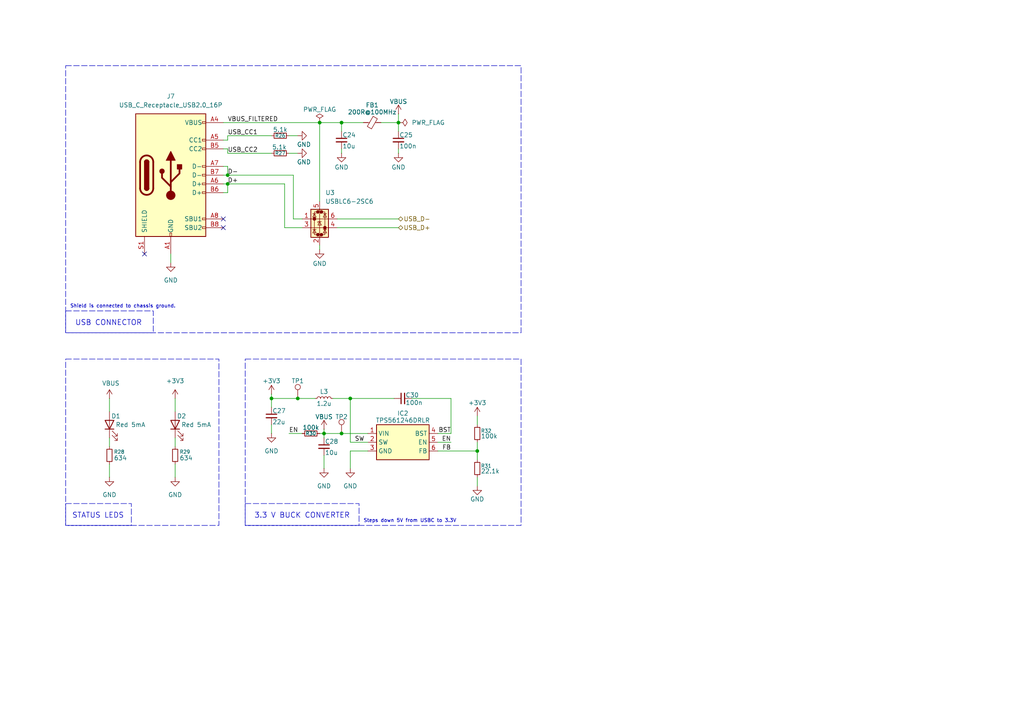
<source format=kicad_sch>
(kicad_sch (version 20250114) (generator "eeschema") (generator_version "9.0")
  (paper "A4")
  (title_block (title "Power and USB") (company "Liquid Rocketry Illinois"))
  (lib_symbols
    (symbol "+3V3_1" (power) (pin_numbers (hide yes)) (pin_names (offset 0) (hide yes))
      (property "Value" "+3V3" (at 0 3.556 0))
      (symbol "+3V3_1_0_1"
        (polyline (pts (xy -0.762 1.27) (xy 0 2.54)))
        (polyline (pts (xy 0 2.54) (xy 0.762 1.27)))
        (polyline (pts (xy 0 0) (xy 0 2.54)))
      )
      (symbol "+3V3_1_1_1"
        (pin power_in line (at 0 0 90) (length 0) (name "~") (number "1"))
      )
    )
    (symbol "Connector:TestPoint" (pin_numbers (hide yes)) (pin_names (offset 0.762) (hide yes))
      (property "Reference" "TP" (at 0 6.858 0))
      (property "Value" "TestPoint" (at 0 5.08 0))
      (symbol "TestPoint_0_1"
        (circle (center 0 3.302) (radius 0.762))
      )
      (symbol "TestPoint_1_1"
        (pin passive line (at 0 0 90) (length 2.54) (name "1") (number "1"))
      )
    )
    (symbol "Connector:USB_C_Receptacle_USB2.0_16P" (pin_names (offset 1.016))
      (property "Reference" "J" (at 0 22.225 0))
      (property "Value" "USB_C_Receptacle_USB2.0_16P" (at 0 19.685 0))
      (symbol "USB_C_Receptacle_USB2.0_16P_0_0"
        (rectangle (start -0.254 -17.78) (end 0.254 -16.764))
        (rectangle (start 10.16 15.494) (end 9.144 14.986))
        (rectangle (start 10.16 10.414) (end 9.144 9.906))
        (rectangle (start 10.16 7.874) (end 9.144 7.366))
        (rectangle (start 10.16 2.794) (end 9.144 2.286))
        (rectangle (start 10.16 0.254) (end 9.144 -0.254))
        (rectangle (start 10.16 -2.286) (end 9.144 -2.794))
        (rectangle (start 10.16 -4.826) (end 9.144 -5.334))
        (rectangle (start 10.16 -12.446) (end 9.144 -12.954))
        (rectangle (start 10.16 -14.986) (end 9.144 -15.494))
      )
      (symbol "USB_C_Receptacle_USB2.0_16P_0_1"
        (rectangle (start -10.16 17.78) (end 10.16 -17.78) (stroke (width 0.254)) (fill (type background)))
        (polyline (pts (xy -8.89 -3.81) (xy -8.89 3.81)) (stroke (width 0.508)))
        (rectangle (start -7.62 -3.81) (end -6.35 3.81) (stroke (width 0.254)) (fill (type outline)))
        (arc (start -7.62 3.81) (mid -6.985 4.4423) (end -6.35 3.81) (stroke (width 0.254)))
        (arc (start -7.62 3.81) (mid -6.985 4.4423) (end -6.35 3.81) (stroke (width 0.254)) (fill (type outline)))
        (arc (start -8.89 3.81) (mid -6.985 5.7067) (end -5.08 3.81) (stroke (width 0.508)))
        (arc (start -5.08 -3.81) (mid -6.985 -5.7067) (end -8.89 -3.81) (stroke (width 0.508)))
        (arc (start -6.35 -3.81) (mid -6.985 -4.4423) (end -7.62 -3.81) (stroke (width 0.254)))
        (arc (start -6.35 -3.81) (mid -6.985 -4.4423) (end -7.62 -3.81) (stroke (width 0.254)) (fill (type outline)))
        (polyline (pts (xy -5.08 3.81) (xy -5.08 -3.81)) (stroke (width 0.508)))
        (circle (center -2.54 1.143) (radius 0.635) (stroke (width 0.254)) (fill (type outline)))
        (polyline (pts (xy -1.27 4.318) (xy 0 6.858) (xy 1.27 4.318) (xy -1.27 4.318)) (stroke (width 0.254)) (fill (type outline)))
        (polyline (pts (xy 0 -2.032) (xy 2.54 0.508) (xy 2.54 1.778)) (stroke (width 0.508)))
        (polyline (pts (xy 0 -3.302) (xy -2.54 -0.762) (xy -2.54 0.508)) (stroke (width 0.508)))
        (polyline (pts (xy 0 -5.842) (xy 0 4.318)) (stroke (width 0.508)))
        (circle (center 0 -5.842) (radius 1.27) (fill (type outline)))
        (rectangle (start 1.905 1.778) (end 3.175 3.048) (stroke (width 0.254)) (fill (type outline)))
      )
      (symbol "USB_C_Receptacle_USB2.0_16P_1_1"
        (pin passive line (at -7.62 -22.86 90) (length 5.08) (name "SHIELD") (number "S1"))
        (pin passive line (at 0 -22.86 90) (length 5.08) (name "GND") (number "A1"))
        (pin passive line (at 0 -22.86 90) (length 5.08) (hide yes) (name "GND") (number "A12"))
        (pin passive line (at 0 -22.86 90) (length 5.08) (hide yes) (name "GND") (number "B1"))
        (pin passive line (at 0 -22.86 90) (length 5.08) (hide yes) (name "GND") (number "B12"))
        (pin passive line (at 15.24 15.24 180) (length 5.08) (name "VBUS") (number "A4"))
        (pin passive line (at 15.24 15.24 180) (length 5.08) (hide yes) (name "VBUS") (number "A9"))
        (pin passive line (at 15.24 15.24 180) (length 5.08) (hide yes) (name "VBUS") (number "B4"))
        (pin passive line (at 15.24 15.24 180) (length 5.08) (hide yes) (name "VBUS") (number "B9"))
        (pin bidirectional line (at 15.24 10.16 180) (length 5.08) (name "CC1") (number "A5"))
        (pin bidirectional line (at 15.24 7.62 180) (length 5.08) (name "CC2") (number "B5"))
        (pin bidirectional line (at 15.24 2.54 180) (length 5.08) (name "D-") (number "A7"))
        (pin bidirectional line (at 15.24 0 180) (length 5.08) (name "D-") (number "B7"))
        (pin bidirectional line (at 15.24 -2.54 180) (length 5.08) (name "D+") (number "A6"))
        (pin bidirectional line (at 15.24 -5.08 180) (length 5.08) (name "D+") (number "B6"))
        (pin bidirectional line (at 15.24 -12.7 180) (length 5.08) (name "SBU1") (number "A8"))
        (pin bidirectional line (at 15.24 -15.24 180) (length 5.08) (name "SBU2") (number "B8"))
      )
    )
    (symbol "Device:C_Small" (pin_numbers (hide yes)) (pin_names (offset 0.254) (hide yes))
      (property "Reference" "C" (at 0.254 1.778 0))
      (property "Value" "C_Small" (at 0.254 -2.032 0))
      (symbol "C_Small_0_1"
        (polyline (pts (xy -1.524 0.508) (xy 1.524 0.508)) (stroke (width 0.3048)))
        (polyline (pts (xy -1.524 -0.508) (xy 1.524 -0.508)) (stroke (width 0.3302)))
      )
      (symbol "C_Small_1_1"
        (pin passive line (at 0 2.54 270) (length 2.032) (name "~") (number "1"))
        (pin passive line (at 0 -2.54 90) (length 2.032) (name "~") (number "2"))
      )
    )
    (symbol "Device:FerriteBead_Small" (pin_numbers (hide yes)) (pin_names (offset 0))
      (property "Reference" "FB" (at 1.905 1.27 0))
      (property "Value" "FerriteBead_Small" (at 1.905 -1.27 0))
      (symbol "FerriteBead_Small_0_1"
        (polyline (pts (xy -1.8288 0.2794) (xy -1.1176 1.4986) (xy 1.8288 -0.2032) (xy 1.1176 -1.4224) (xy -1.8288 0.2794)))
        (polyline (pts (xy 0 0.889) (xy 0 1.2954)))
        (polyline (pts (xy 0 -1.27) (xy 0 -0.7874)))
      )
      (symbol "FerriteBead_Small_1_1"
        (pin passive line (at 0 2.54 270) (length 1.27) (name "~") (number "1"))
        (pin passive line (at 0 -2.54 90) (length 1.27) (name "~") (number "2"))
      )
    )
    (symbol "Device:LED" (pin_numbers (hide yes)) (pin_names (offset 1.016) (hide yes))
      (property "Reference" "D" (at 0 2.54 0))
      (property "Value" "LED" (at 0 -2.54 0))
      (symbol "LED_0_1"
        (polyline (pts (xy -3.048 -0.762) (xy -4.572 -2.286) (xy -3.81 -2.286) (xy -4.572 -2.286) (xy -4.572 -1.524)))
        (polyline (pts (xy -1.778 -0.762) (xy -3.302 -2.286) (xy -2.54 -2.286) (xy -3.302 -2.286) (xy -3.302 -1.524)))
        (polyline (pts (xy -1.27 0) (xy 1.27 0)))
        (polyline (pts (xy -1.27 -1.27) (xy -1.27 1.27)) (stroke (width 0.254)))
        (polyline (pts (xy 1.27 -1.27) (xy 1.27 1.27) (xy -1.27 0) (xy 1.27 -1.27)) (stroke (width 0.254)))
      )
      (symbol "LED_1_1"
        (pin passive line (at -3.81 0 0) (length 2.54) (name "K") (number "1"))
        (pin passive line (at 3.81 0 180) (length 2.54) (name "A") (number "2"))
      )
    )
    (symbol "Device:L_Small" (pin_numbers (hide yes)) (pin_names (offset 0.254) (hide yes))
      (property "Reference" "L" (at 0.762 1.016 0))
      (property "Value" "L_Small" (at 0.762 -1.016 0))
      (symbol "L_Small_0_1"
        (arc (start 0 2.032) (mid 0.5058 1.524) (end 0 1.016))
        (arc (start 0 1.016) (mid 0.5058 0.508) (end 0 0))
        (arc (start 0 0) (mid 0.5058 -0.508) (end 0 -1.016))
        (arc (start 0 -1.016) (mid 0.5058 -1.524) (end 0 -2.032))
      )
      (symbol "L_Small_1_1"
        (pin passive line (at 0 2.54 270) (length 0.508) (name "~") (number "1"))
        (pin passive line (at 0 -2.54 90) (length 0.508) (name "~") (number "2"))
      )
    )
    (symbol "Device:R_Small" (pin_numbers (hide yes)) (pin_names (offset 0.254) (hide yes))
      (property "Reference" "R" (at 0 0 90))
      (property "Value" "R_Small" (at 1.778 0 90))
      (symbol "R_Small_0_1"
        (rectangle (start -0.762 1.778) (end 0.762 -1.778) (stroke (width 0.2032)))
      )
      (symbol "R_Small_1_1"
        (pin passive line (at 0 2.54 270) (length 0.762) (name "~") (number "1"))
        (pin passive line (at 0 -2.54 90) (length 0.762) (name "~") (number "2"))
      )
    )
    (symbol "GND_3" (power) (pin_numbers (hide yes)) (pin_names (offset 0) (hide yes))
      (property "Value" "GND" (at 0 -3.81 0))
      (symbol "GND_3_0_1"
        (polyline (pts (xy 0 0) (xy 0 -1.27) (xy 1.27 -1.27) (xy 0 -2.54) (xy -1.27 -1.27) (xy 0 -1.27)))
      )
      (symbol "GND_3_1_1"
        (pin power_in line (at 0 0 270) (length 0) (name "~") (number "1"))
      )
    )
    (symbol "LRIEthernet_Library:TPS561246DRLR"
      (property "Reference" "IC" (at 0 8.382 0))
      (property "Value" "TPS561246DRLR" (at 0.254 6.096 0))
      (symbol "TPS561246DRLR_1_1"
        (rectangle (start -7.62 5.08) (end 7.62 -5.08) (stroke (width 0.254)) (fill (type background)))
        (pin passive line (at -10.16 2.54 0) (length 2.54) (name "VIN") (number "1"))
        (pin passive line (at -10.16 0 0) (length 2.54) (name "SW") (number "2"))
        (pin passive line (at -10.16 -2.54 0) (length 2.54) (name "GND") (number "3"))
        (pin passive line (at 10.16 2.54 180) (length 2.54) (name "BST") (number "4"))
        (pin passive line (at 10.16 0 180) (length 2.54) (name "EN") (number "5"))
        (pin passive line (at 10.16 -2.54 180) (length 2.54) (name "FB") (number "6"))
      )
    )
    (symbol "Power_Protection:USBLC6-2SC6" (pin_names (hide yes))
      (property "Reference" "U" (at 0.635 5.715 0))
      (property "Value" "USBLC6-2SC6" (at 0.635 3.81 0))
      (symbol "USBLC6-2SC6_0_0"
        (circle (center -1.524 0) (radius 0.0001) (stroke (width 0.508)))
        (circle (center -0.508 2.032) (radius 0.0001) (stroke (width 0.508)))
        (circle (center -0.508 -4.572) (radius 0.0001) (stroke (width 0.508)))
        (circle (center 0.508 2.032) (radius 0.0001) (stroke (width 0.508)))
        (circle (center 0.508 -4.572) (radius 0.0001) (stroke (width 0.508)))
        (circle (center 1.524 -2.54) (radius 0.0001) (stroke (width 0.508)))
      )
      (symbol "USBLC6-2SC6_0_1"
        (polyline (pts (xy -2.54 0) (xy 2.54 0)))
        (polyline (pts (xy -2.54 -2.54) (xy 2.54 -2.54)))
        (polyline (pts (xy -2.032 0.508) (xy -1.016 0.508) (xy -1.524 1.524) (xy -2.032 0.508)))
        (polyline (pts (xy -2.032 -3.048) (xy -1.016 -3.048)))
        (polyline (pts (xy -1.016 1.524) (xy -2.032 1.524)))
        (polyline (pts (xy -1.016 -4.064) (xy -2.032 -4.064) (xy -1.524 -3.048) (xy -1.016 -4.064)))
        (polyline (pts (xy -0.508 -1.143) (xy -0.508 -0.762) (xy 0.508 -0.762)))
        (polyline (pts (xy 0 2.54) (xy -0.508 2.032) (xy 0.508 2.032) (xy 0 1.524) (xy 0 -4.064) (xy -0.508 -4.572) (xy 0.508 -4.572) (xy 0 -5.08)))
        (polyline (pts (xy 0.508 -1.778) (xy -0.508 -1.778) (xy 0 -0.762) (xy 0.508 -1.778)))
        (polyline (pts (xy 1.016 1.524) (xy 2.032 1.524)))
        (polyline (pts (xy 1.016 -3.048) (xy 2.032 -3.048)))
        (polyline (pts (xy 2.032 0.508) (xy 1.016 0.508) (xy 1.524 1.524) (xy 2.032 0.508)))
        (polyline (pts (xy 2.032 -4.064) (xy 1.016 -4.064) (xy 1.524 -3.048) (xy 2.032 -4.064)))
      )
      (symbol "USBLC6-2SC6_1_1"
        (rectangle (start -2.54 2.794) (end 2.54 -5.334) (stroke (width 0.254)) (fill (type background)))
        (polyline (pts (xy -0.508 2.032) (xy -1.524 2.032) (xy -1.524 -4.572) (xy -0.508 -4.572)))
        (polyline (pts (xy 0.508 -4.572) (xy 1.524 -4.572) (xy 1.524 2.032) (xy 0.508 2.032)))
        (pin passive line (at -5.08 0 0) (length 2.54) (name "I/O1") (number "1"))
        (pin passive line (at -5.08 -2.54 0) (length 2.54) (name "I/O2") (number "3"))
        (pin passive line (at 0 5.08 270) (length 2.54) (name "VBUS") (number "5"))
        (pin passive line (at 0 -7.62 90) (length 2.54) (name "GND") (number "2"))
        (pin passive line (at 5.08 0 180) (length 2.54) (name "I/O1") (number "6"))
        (pin passive line (at 5.08 -2.54 180) (length 2.54) (name "I/O2") (number "4"))
      )
    )
    (symbol "power:+3V3" (power) (pin_numbers (hide yes)) (pin_names (offset 0) (hide yes))
      (property "Value" "+3V3" (at 0 3.556 0))
      (symbol "+3V3_0_1"
        (polyline (pts (xy -0.762 1.27) (xy 0 2.54)))
        (polyline (pts (xy 0 2.54) (xy 0.762 1.27)))
        (polyline (pts (xy 0 0) (xy 0 2.54)))
      )
      (symbol "+3V3_1_1"
        (pin power_in line (at 0 0 90) (length 0) (name "~") (number "1"))
      )
    )
    (symbol "power:GND" (power) (pin_numbers (hide yes)) (pin_names (offset 0) (hide yes))
      (property "Value" "GND" (at 0 -3.81 0))
      (symbol "GND_0_1"
        (polyline (pts (xy 0 0) (xy 0 -1.27) (xy 1.27 -1.27) (xy 0 -2.54) (xy -1.27 -1.27) (xy 0 -1.27)))
      )
      (symbol "GND_1_1"
        (pin power_in line (at 0 0 270) (length 0) (name "~") (number "1"))
      )
    )
    (symbol "power:PWR_FLAG" (power) (pin_numbers (hide yes)) (pin_names (offset 0) (hide yes))
      (property "Value" "PWR_FLAG" (at 0 3.81 0))
      (symbol "PWR_FLAG_0_0"
        (pin power_out line (at 0 0 90) (length 0) (name "~") (number "1"))
      )
      (symbol "PWR_FLAG_0_1"
        (polyline (pts (xy 0 0) (xy 0 1.27) (xy -1.016 1.905) (xy 0 2.54) (xy 1.016 1.905) (xy 0 1.27)))
      )
    )
    (symbol "power:VBUS" (power) (pin_numbers (hide yes)) (pin_names (offset 0) (hide yes))
      (property "Value" "VBUS" (at 0 3.556 0))
      (symbol "VBUS_0_1"
        (polyline (pts (xy -0.762 1.27) (xy 0 2.54)))
        (polyline (pts (xy 0 2.54) (xy 0.762 1.27)))
        (polyline (pts (xy 0 0) (xy 0 2.54)))
      )
      (symbol "VBUS_1_1"
        (pin power_in line (at 0 0 90) (length 0) (name "~") (number "1"))
      )
    )
  )
  (rectangle (start 19.05 104.14) (end 63.5 152.4) (stroke (width 0) (type dash)))
  (rectangle (start 71.12 104.14) (end 151.13 152.4) (stroke (width 0) (type dash)))
  (rectangle (start 19.05 146.05) (end 38.1 152.4) (stroke (width 0) (type dash)))
  (rectangle (start 19.05 19.05) (end 151.13 96.52) (stroke (width 0) (type dash)))
  (rectangle (start 71.12 146.05) (end 104.14 152.4) (stroke (width 0) (type dash)))
  (rectangle (start 19.05 90.17) (end 44.45 96.52) (stroke (width 0) (type dash)))
  (text "Shield is connected to chassis ground." (at 20.32 88.9 0) (effects (font (size 1.016 1.016)) (justify left)))
  (text "USB CONNECTOR\n" (at 31.496 93.726 0) (effects (font (size 1.524 1.524))))
  (text "STATUS LEDS\n" (at 28.448 149.606 0) (effects (font (size 1.524 1.524))))
  (text "3.3 V BUCK CONVERTER\n" (at 87.63 149.606 0) (effects (font (size 1.524 1.524))))
  (text "Steps down 5V from USBC to 3.3V" (at 105.41 151.13 0) (effects (font (size 1.016 1.016)) (justify left)))
  (junction (at 93.98 125.73))
  (junction (at 66.04 53.34))
  (junction (at 92.71 35.56))
  (junction (at 86.36 115.57))
  (junction (at 115.57 35.56))
  (junction (at 138.43 130.81))
  (junction (at 78.74 115.57))
  (junction (at 101.6 115.57))
  (junction (at 99.06 35.56))
  (junction (at 99.06 125.73))
  (junction (at 66.04 50.8))
  (no_connect (at 64.77 63.5))
  (no_connect (at 64.77 66.04))
  (no_connect (at 41.91 73.66))
  (wire (pts (xy 101.6 115.57) (xy 114.3 115.57)))
  (wire (pts (xy 93.98 125.73) (xy 99.06 125.73)))
  (wire (pts (xy 99.06 38.1) (xy 99.06 35.56)))
  (wire (pts (xy 127 128.27) (xy 130.81 128.27)))
  (wire (pts (xy 66.04 43.18) (xy 66.04 44.45)))
  (wire (pts (xy 82.55 66.04) (xy 87.63 66.04)))
  (wire (pts (xy 138.43 130.81) (xy 138.43 133.35)))
  (wire (pts (xy 115.57 43.18) (xy 115.57 44.45)))
  (wire (pts (xy 99.06 125.73) (xy 106.68 125.73)))
  (wire (pts (xy 85.09 50.8) (xy 85.09 63.5)))
  (wire (pts (xy 64.77 55.88) (xy 66.04 55.88)))
  (wire (pts (xy 50.8 134.62) (xy 50.8 138.43)))
  (wire (pts (xy 78.74 123.19) (xy 78.74 125.73)))
  (wire (pts (xy 83.82 125.73) (xy 87.63 125.73)))
  (wire (pts (xy 78.74 115.57) (xy 86.36 115.57)))
  (wire (pts (xy 96.52 115.57) (xy 101.6 115.57)))
  (wire (pts (xy 138.43 120.65) (xy 138.43 123.19)))
  (wire (pts (xy 92.71 35.56) (xy 99.06 35.56)))
  (wire (pts (xy 31.75 127) (xy 31.75 129.54)))
  (wire (pts (xy 82.55 53.34) (xy 82.55 66.04)))
  (wire (pts (xy 64.77 43.18) (xy 66.04 43.18)))
  (wire (pts (xy 64.77 35.56) (xy 92.71 35.56)))
  (wire (pts (xy 92.71 125.73) (xy 93.98 125.73)))
  (wire (pts (xy 119.38 115.57) (xy 130.81 115.57)))
  (wire (pts (xy 115.57 38.1) (xy 115.57 35.56)))
  (wire (pts (xy 86.36 115.57) (xy 91.44 115.57)))
  (wire (pts (xy 127 130.81) (xy 138.43 130.81)))
  (wire (pts (xy 83.82 44.45) (xy 86.36 44.45)))
  (wire (pts (xy 99.06 35.56) (xy 105.41 35.56)))
  (wire (pts (xy 101.6 130.81) (xy 101.6 135.89)))
  (wire (pts (xy 50.8 115.57) (xy 50.8 119.38)))
  (wire (pts (xy 64.77 53.34) (xy 66.04 53.34)))
  (wire (pts (xy 31.75 134.62) (xy 31.75 138.43)))
  (wire (pts (xy 83.82 39.37) (xy 86.36 39.37)))
  (wire (pts (xy 64.77 48.26) (xy 66.04 48.26)))
  (wire (pts (xy 93.98 132.08) (xy 93.98 135.89)))
  (wire (pts (xy 101.6 128.27) (xy 106.68 128.27)))
  (wire (pts (xy 92.71 71.12) (xy 92.71 72.39)))
  (wire (pts (xy 78.74 114.3) (xy 78.74 115.57)))
  (wire (pts (xy 31.75 119.38) (xy 31.75 115.57)))
  (wire (pts (xy 138.43 138.43) (xy 138.43 140.97)))
  (wire (pts (xy 78.74 115.57) (xy 78.74 118.11)))
  (wire (pts (xy 66.04 40.64) (xy 66.04 39.37)))
  (wire (pts (xy 85.09 63.5) (xy 87.63 63.5)))
  (wire (pts (xy 66.04 53.34) (xy 82.55 53.34)))
  (wire (pts (xy 64.77 40.64) (xy 66.04 40.64)))
  (wire (pts (xy 130.81 115.57) (xy 130.81 125.73)))
  (wire (pts (xy 49.53 73.66) (xy 49.53 76.2)))
  (wire (pts (xy 66.04 53.34) (xy 66.04 55.88)))
  (wire (pts (xy 50.8 127) (xy 50.8 129.54)))
  (wire (pts (xy 66.04 39.37) (xy 78.74 39.37)))
  (wire (pts (xy 138.43 128.27) (xy 138.43 130.81)))
  (wire (pts (xy 66.04 44.45) (xy 78.74 44.45)))
  (wire (pts (xy 110.49 35.56) (xy 115.57 35.56)))
  (wire (pts (xy 99.06 43.18) (xy 99.06 44.45)))
  (wire (pts (xy 66.04 48.26) (xy 66.04 50.8)))
  (wire (pts (xy 93.98 125.73) (xy 93.98 127)))
  (wire (pts (xy 101.6 128.27) (xy 101.6 115.57)))
  (wire (pts (xy 93.98 124.46) (xy 93.98 125.73)))
  (wire (pts (xy 92.71 35.56) (xy 92.71 58.42)))
  (wire (pts (xy 66.04 50.8) (xy 64.77 50.8)))
  (wire (pts (xy 97.79 63.5) (xy 115.57 63.5)))
  (wire (pts (xy 66.04 50.8) (xy 85.09 50.8)))
  (wire (pts (xy 130.81 125.73) (xy 127 125.73)))
  (wire (pts (xy 97.79 66.04) (xy 115.57 66.04)))
  (wire (pts (xy 115.57 33.02) (xy 115.57 35.56)))
  (wire (pts (xy 106.68 130.81) (xy 101.6 130.81)))
  (label "FB" (at 130.81 130.81 180))
  (label "D+" (at 66.04 53.34 0))
  (label "D-" (at 66.04 50.8 0))
  (label "EN" (at 130.81 128.27 180))
  (label "SW" (at 102.87 128.27 0))
  (label "USB_CC2" (at 66.04 44.45 0))
  (label "BST" (at 130.81 125.73 180))
  (label "EN" (at 83.82 125.73 0))
  (label "VBUS_FILTERED" (at 66.04 35.56 0))
  (label "USB_CC1" (at 66.04 39.37 0))
  (hierarchical_label "USB_D+" (shape bidirectional) (at 115.57 66.04 0))
  (hierarchical_label "USB_D-" (shape bidirectional) (at 115.57 63.5 0))
  (symbol (lib_id "power:GND") (at 93.98 135.89 0) (unit 1)
    (property "Reference" "#PWR064" (effects (hide yes)))
    (property "Value" "GND" (at 93.98 140.97 0))
    (property "Description" "Power symbol creates a global label with name \"GND\" , ground" (effects (hide yes)))
  )
  (symbol (lib_id "LRIEthernet_Library:TPS561246DRLR") (at 116.84 128.27 0) (unit 1)
    (property "Reference" "IC2" (at 116.84 119.888 0))
    (property "Value" "TPS561246DRLR" (at 116.84 121.92 0))
    (property "Footprint" "Package_TO_SOT_SMD:SOT-563" (effects (hide yes)))
    (property "Datasheet" "https://www.ti.com/lit/ds/symlink/tps561246.pdf?ts=1736141056725&ref_url=https%253A%252F%252Fwww.ti.com%252Fproduct%252FTPS561246%252Fpart-details%252FTPS561246DRLR" (effects (hide yes)))
    (property "Description" "Switching Voltage Regulators 4.2V to 17V input voltage, 1A, 1.2MHz synchronous buck converter in SOT563 with FCCM mode" (effects (hide yes)))
    (property "Height" "0.6" (effects (hide yes)))
    (property "Mouser Part Number" "595-TPS561246DRLR" (effects (hide yes)))
    (property "Mouser Price/Stock" "https://www.mouser.co.uk/ProductDetail/Texas-Instruments/TPS561246DRLR?qs=IKkN%2F947nfBlLn983Qr7Pw%3D%3D" (effects (hide yes)))
    (property "Manufacturer_Name" "Texas Instruments" (effects (hide yes)))
    (property "Manufacturer_Part_Number" "TPS561246DRLR" (effects (hide yes)))
  )
  (symbol (lib_id "Device:L_Small") (at 93.98 115.57 90) (unit 1)
    (property "Reference" "L3" (at 93.98 114.3 90) (effects (justify top)))
    (property "Value" "1.2u" (at 93.98 116.332 90) (effects (justify bottom)))
    (property "Footprint" "Inductor_SMD:L_0603_1608Metric" (effects (hide yes)))
    (property "Description" "Inductor, small symbol" (effects (hide yes)))
  )
  (symbol (lib_name "GND_3") (lib_id "power:GND") (at 31.75 138.43 0) (unit 1)
    (property "Reference" "#PWR025" (effects (hide yes)))
    (property "Value" "GND" (at 31.75 143.51 0))
    (property "Description" "Power symbol creates a global label with name \"GND\" , ground" (effects (hide yes)))
  )
  (symbol (lib_name "GND_3") (lib_id "power:GND") (at 50.8 138.43 0) (unit 1)
    (property "Reference" "#PWR040" (effects (hide yes)))
    (property "Value" "GND" (at 50.8 143.51 0))
    (property "Description" "Power symbol creates a global label with name \"GND\" , ground" (effects (hide yes)))
  )
  (symbol (lib_id "Device:R_Small") (at 138.43 125.73 180) (unit 1)
    (property "Reference" "R32" (at 139.446 124.968 0) (effects (font (size 1.016 1.016)) (justify right)))
    (property "Value" "100k" (at 139.446 126.492 0) (effects (justify right)))
    (property "Footprint" "Resistor_SMD:R_0603_1608Metric" (effects (hide yes)))
    (property "Description" "Resistor, small symbol" (effects (hide yes)))
  )
  (symbol (lib_id "Connector:TestPoint") (at 99.06 125.73 0) (unit 1)
    (property "Reference" "TP2" (at 99.06 120.904 0))
    (property "Value" "TestPoint" (effects (hide yes)))
    (property "Footprint" "TestPoint:TestPoint_Pad_D1.0mm" (effects (hide yes)))
    (property "Description" "test point" (effects (hide yes)))
  )
  (symbol (lib_id "Device:LED") (at 50.8 123.19 90) (unit 1)
    (property "Reference" "D2" (at 51.308 121.412 90) (effects (justify right top)))
    (property "Value" "Red 5mA" (at 52.578 123.19 90) (effects (justify right)))
    (property "Footprint" "LED_SMD:LED_0603_1608Metric" (effects (hide yes)))
    (property "Description" "Light emitting diode" (effects (hide yes)))
    (property "Sim.Pins" "1=K 2=A" (effects (hide yes)))
  )
  (symbol (lib_id "Device:R_Small") (at 138.43 135.89 0) (unit 1)
    (property "Reference" "R31" (at 139.446 135.128 0) (effects (font (size 1.016 1.016)) (justify left)))
    (property "Value" "22.1k" (at 139.446 136.652 0) (effects (justify left)))
    (property "Footprint" "Resistor_SMD:R_0603_1608Metric" (effects (hide yes)))
    (property "Description" "Resistor, small symbol" (effects (hide yes)))
  )
  (symbol (lib_id "power:VBUS") (at 31.75 115.57 0) (unit 1)
    (property "Reference" "#PWR024" (effects (hide yes)))
    (property "Value" "VBUS" (at 32.131 111.1758 0))
  )
  (symbol (lib_id "Device:R_Small") (at 81.28 44.45 270) (unit 1)
    (property "Reference" "R27" (at 81.28 44.45 90) (effects (font (size 1.016 1.016))))
    (property "Value" "5.1k" (at 81.026 42.672 90))
    (property "Footprint" "Resistor_SMD:R_0603_1608Metric" (effects (hide yes)))
    (property "Description" "Resistor, small symbol" (effects (hide yes)))
  )
  (symbol (lib_id "Device:LED") (at 31.75 123.19 90) (unit 1)
    (property "Reference" "D1" (at 32.258 121.412 90) (effects (justify right top)))
    (property "Value" "Red 5mA" (at 33.528 123.19 90) (effects (justify right)))
    (property "Footprint" "LED_SMD:LED_0603_1608Metric" (effects (hide yes)))
    (property "Description" "Light emitting diode" (effects (hide yes)))
    (property "Sim.Pins" "1=K 2=A" (effects (hide yes)))
  )
  (symbol (lib_id "power:GND") (at 86.36 39.37 90) (unit 1)
    (property "Reference" "#PWR027" (effects (hide yes)))
    (property "Value" "GND" (at 86.106 46.99 90) (effects (justify right)))
    (property "Description" "Power symbol creates a global label with name \"GND\" , ground" (effects (hide yes)))
  )
  (symbol (lib_id "Power_Protection:USBLC6-2SC6") (at 92.71 63.5 0) (unit 1)
    (property "Reference" "U3" (at 94.3611 55.88 0) (effects (justify left)))
    (property "Value" "USBLC6-2SC6" (at 94.3611 58.42 0) (effects (justify left)))
    (property "Footprint" "Package_TO_SOT_SMD:SOT-23-6" (effects (hide yes)))
    (property "Datasheet" "https://www.st.com/resource/en/datasheet/usblc6-2.pdf" (effects (hide yes)))
    (property "Description" "Very low capacitance ESD protection diode, 2 data-line, SOT-23-6" (effects (hide yes)))
  )
  (symbol (lib_id "power:GND") (at 78.74 125.73 0) (unit 1)
    (property "Reference" "#PWR066" (effects (hide yes)))
    (property "Value" "GND" (at 78.74 130.81 0))
    (property "Description" "Power symbol creates a global label with name \"GND\" , ground" (effects (hide yes)))
  )
  (symbol (lib_id "power:GND") (at 138.43 140.97 0) (unit 1)
    (property "Reference" "#PWR030" (effects (hide yes)))
    (property "Value" "GND" (at 140.462 144.78 0) (effects (justify right)))
    (property "Description" "Power symbol creates a global label with name \"GND\" , ground" (effects (hide yes)))
  )
  (symbol (lib_id "power:PWR_FLAG") (at 115.57 35.56 270) (unit 1)
    (property "Reference" "#FLG03" (effects (hide yes)))
    (property "Value" "PWR_FLAG" (at 119.38 35.5599 90) (effects (justify left)))
    (property "Description" "Special symbol for telling ERC where power comes from" (effects (hide yes)))
  )
  (symbol (lib_id "Device:R_Small") (at 31.75 132.08 0) (unit 1)
    (property "Reference" "R28" (at 33.02 131.064 0) (effects (font (size 1.016 1.016)) (justify left)))
    (property "Value" "634" (at 33.02 132.842 0) (effects (justify left)))
    (property "Footprint" "Resistor_SMD:R_0603_1608Metric" (effects (hide yes)))
    (property "Description" "Resistor, small symbol" (effects (hide yes)))
  )
  (symbol (lib_id "Device:C_Small") (at 116.84 115.57 90) (unit 1)
    (property "Reference" "C30" (at 117.602 115.316 90) (effects (justify right top)))
    (property "Value" "100n" (at 117.602 116.078 90) (effects (justify right bottom)))
    (property "Footprint" "Capacitor_SMD:C_0603_1608Metric" (effects (hide yes)))
    (property "Description" "Unpolarized capacitor, small symbol" (effects (hide yes)))
  )
  (symbol (lib_id "Device:C_Small") (at 78.74 120.65 0) (unit 1)
    (property "Reference" "C27" (at 78.994 119.888 0) (effects (justify left bottom)))
    (property "Value" "22u" (at 78.994 121.666 0) (effects (justify left top)))
    (property "Footprint" "Capacitor_SMD:C_0805_2012Metric" (effects (hide yes)))
    (property "Description" "Unpolarized capacitor, small symbol" (effects (hide yes)))
  )
  (symbol (lib_id "Device:C_Small") (at 99.06 40.64 0) (unit 1)
    (property "Reference" "C24" (at 99.314 39.878 0) (effects (justify left bottom)))
    (property "Value" "10u" (at 99.314 41.656 0) (effects (justify left top)))
    (property "Footprint" "Capacitor_SMD:C_0603_1608Metric" (effects (hide yes)))
    (property "Description" "Unpolarized capacitor, small symbol" (effects (hide yes)))
  )
  (symbol (lib_id "power:GND") (at 86.36 44.45 90) (unit 1)
    (property "Reference" "#PWR063" (effects (hide yes)))
    (property "Value" "GND" (at 86.106 41.91 90) (effects (justify right)))
    (property "Description" "Power symbol creates a global label with name \"GND\" , ground" (effects (hide yes)))
  )
  (symbol (lib_id "Device:FerriteBead_Small") (at 107.95 35.56 270) (unit 1)
    (property "Reference" "FB1" (at 107.95 30.48 90))
    (property "Value" "200R@100MHz" (at 107.95 32.512 90))
    (property "Footprint" "Inductor_SMD:L_0603_1608Metric" (effects (hide yes)))
    (property "Description" "Ferrite bead, small symbol" (effects (hide yes)))
  )
  (symbol (lib_id "power:PWR_FLAG") (at 92.71 35.56 0) (unit 1)
    (property "Reference" "#FLG04" (effects (hide yes)))
    (property "Value" "PWR_FLAG" (at 92.71 31.75 0))
    (property "Description" "Special symbol for telling ERC where power comes from" (effects (hide yes)))
  )
  (symbol (lib_id "power:+3V3") (at 138.43 120.65 0) (unit 1)
    (property "Reference" "#PWR031" (effects (hide yes)))
    (property "Value" "+3V3" (at 138.43 116.84 0))
    (property "Description" "Power symbol creates a global label with name \"+3V3\"" (effects (hide yes)))
  )
  (symbol (lib_id "Device:C_Small") (at 115.57 40.64 0) (unit 1)
    (property "Reference" "C25" (at 115.824 39.878 0) (effects (justify left bottom)))
    (property "Value" "100n" (at 115.824 41.656 0) (effects (justify left top)))
    (property "Footprint" "Capacitor_SMD:C_0603_1608Metric" (effects (hide yes)))
    (property "Description" "Unpolarized capacitor, small symbol" (effects (hide yes)))
  )
  (symbol (lib_id "Device:R_Small") (at 81.28 39.37 270) (unit 1)
    (property "Reference" "R26" (at 81.28 39.37 90) (effects (font (size 1.016 1.016))))
    (property "Value" "5.1k" (at 81.28 37.592 90))
    (property "Footprint" "Resistor_SMD:R_0603_1608Metric" (effects (hide yes)))
    (property "Description" "Resistor, small symbol" (effects (hide yes)))
  )
  (symbol (lib_id "Device:C_Small") (at 93.98 129.54 0) (unit 1)
    (property "Reference" "C28" (at 94.234 128.778 0) (effects (justify left bottom)))
    (property "Value" "10u" (at 94.234 130.556 0) (effects (justify left top)))
    (property "Footprint" "Capacitor_SMD:C_0805_2012Metric" (effects (hide yes)))
    (property "Description" "Unpolarized capacitor, small symbol" (effects (hide yes)))
  )
  (symbol (lib_id "power:GND") (at 115.57 44.45 0) (unit 1)
    (property "Reference" "#PWR022" (effects (hide yes)))
    (property "Value" "GND" (at 115.57 48.514 0))
    (property "Description" "Power symbol creates a global label with name \"GND\" , ground" (effects (hide yes)))
  )
  (symbol (lib_id "power:GND") (at 101.6 135.89 0) (unit 1)
    (property "Reference" "#PWR065" (effects (hide yes)))
    (property "Value" "GND" (at 101.6 140.97 0))
    (property "Description" "Power symbol creates a global label with name \"GND\" , ground" (effects (hide yes)))
  )
  (symbol (lib_id "Device:R_Small") (at 50.8 132.08 0) (unit 1)
    (property "Reference" "R29" (at 52.07 131.064 0) (effects (font (size 1.016 1.016)) (justify left)))
    (property "Value" "634" (at 52.07 132.842 0) (effects (justify left)))
    (property "Footprint" "Resistor_SMD:R_0603_1608Metric" (effects (hide yes)))
    (property "Description" "Resistor, small symbol" (effects (hide yes)))
  )
  (symbol (lib_id "power:VBUS") (at 93.98 124.46 0) (unit 1)
    (property "Reference" "#PWR029" (effects (hide yes)))
    (property "Value" "VBUS" (at 93.98 120.904 0))
    (property "Description" "Power symbol creates a global label with name \"VBUS\"" (effects (hide yes)))
  )
  (symbol (lib_id "Connector:TestPoint") (at 86.36 115.57 0) (unit 1)
    (property "Reference" "TP1" (at 86.36 110.49 0))
    (property "Value" "TestPoint" (effects (hide yes)))
    (property "Footprint" "TestPoint:TestPoint_Pad_D1.0mm" (effects (hide yes)))
    (property "Description" "test point" (effects (hide yes)))
  )
  (symbol (lib_id "power:VBUS") (at 115.57 33.02 0) (unit 1)
    (property "Reference" "#PWR020" (effects (hide yes)))
    (property "Value" "VBUS" (at 115.57 29.464 0))
    (property "Description" "Power symbol creates a global label with name \"VBUS\"" (effects (hide yes)))
  )
  (symbol (lib_id "power:GND") (at 49.53 76.2 0) (unit 1)
    (property "Reference" "#PWR026" (effects (hide yes)))
    (property "Value" "GND" (at 49.53 81.28 0))
    (property "Description" "Power symbol creates a global label with name \"GND\" , ground" (effects (hide yes)))
  )
  (symbol (lib_id "power:+3V3") (at 78.74 114.3 0) (unit 1)
    (property "Reference" "#PWR028" (effects (hide yes)))
    (property "Value" "+3V3" (at 78.74 110.49 0))
    (property "Description" "Power symbol creates a global label with name \"+3V3\"" (effects (hide yes)))
  )
  (symbol (lib_id "power:GND") (at 92.71 72.39 0) (unit 1)
    (property "Reference" "#PWR023" (effects (hide yes)))
    (property "Value" "GND" (at 92.71 76.454 0))
    (property "Description" "Power symbol creates a global label with name \"GND\" , ground" (effects (hide yes)))
  )
  (symbol (lib_id "power:GND") (at 99.06 44.45 0) (unit 1)
    (property "Reference" "#PWR021" (effects (hide yes)))
    (property "Value" "GND" (at 99.06 48.514 0))
    (property "Description" "Power symbol creates a global label with name \"GND\" , ground" (effects (hide yes)))
  )
  (symbol (lib_id "Connector:USB_C_Receptacle_USB2.0_16P") (at 49.53 50.8 0) (unit 1)
    (property "Reference" "J7" (at 49.53 27.94 0))
    (property "Value" "USB_C_Receptacle_USB2.0_16P" (at 49.53 30.48 0))
    (property "Footprint" "Connector_USB:USB_C_Receptacle_GCT_USB4110" (effects (hide yes)))
    (property "Datasheet" "https://www.usb.org/sites/default/files/documents/usb_type-c.zip" (effects (hide yes)))
    (property "Description" "USB 2.0-only 16P Type-C Receptacle connector" (effects (hide yes)))
  )
  (symbol (lib_id "Device:R_Small") (at 90.17 125.73 270) (unit 1)
    (property "Reference" "R30" (at 90.17 125.73 90) (effects (font (size 1.016 1.016))))
    (property "Value" "100k" (at 90.17 124.714 90) (effects (justify bottom)))
    (property "Footprint" "Resistor_SMD:R_0603_1608Metric" (effects (hide yes)))
    (property "Description" "Resistor, small symbol" (effects (hide yes)))
  )
  (symbol (lib_name "+3V3_1") (lib_id "power:+3V3") (at 50.8 115.57 0) (unit 1)
    (property "Reference" "#PWR0101" (effects (hide yes)))
    (property "Value" "+3V3" (at 50.8 110.49 0))
    (property "Description" "Power symbol creates a global label with name \"+3V3\"" (effects (hide yes)))
  )
)
</source>
